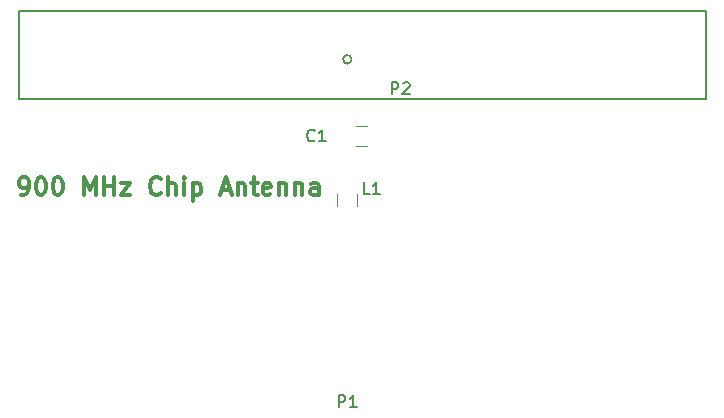
<source format=gbr>
G04 #@! TF.FileFunction,Legend,Top*
%FSLAX46Y46*%
G04 Gerber Fmt 4.6, Leading zero omitted, Abs format (unit mm)*
G04 Created by KiCad (PCBNEW 4.0.5) date 05/07/17 17:06:23*
%MOMM*%
%LPD*%
G01*
G04 APERTURE LIST*
%ADD10C,0.100000*%
%ADD11C,0.300000*%
%ADD12C,0.150000*%
%ADD13C,0.120000*%
G04 APERTURE END LIST*
D10*
D11*
X849371Y10002629D02*
X1135086Y10002629D01*
X1277943Y10074057D01*
X1349371Y10145486D01*
X1492229Y10359771D01*
X1563657Y10645486D01*
X1563657Y11216914D01*
X1492229Y11359771D01*
X1420800Y11431200D01*
X1277943Y11502629D01*
X992229Y11502629D01*
X849371Y11431200D01*
X777943Y11359771D01*
X706514Y11216914D01*
X706514Y10859771D01*
X777943Y10716914D01*
X849371Y10645486D01*
X992229Y10574057D01*
X1277943Y10574057D01*
X1420800Y10645486D01*
X1492229Y10716914D01*
X1563657Y10859771D01*
X2492228Y11502629D02*
X2635085Y11502629D01*
X2777942Y11431200D01*
X2849371Y11359771D01*
X2920800Y11216914D01*
X2992228Y10931200D01*
X2992228Y10574057D01*
X2920800Y10288343D01*
X2849371Y10145486D01*
X2777942Y10074057D01*
X2635085Y10002629D01*
X2492228Y10002629D01*
X2349371Y10074057D01*
X2277942Y10145486D01*
X2206514Y10288343D01*
X2135085Y10574057D01*
X2135085Y10931200D01*
X2206514Y11216914D01*
X2277942Y11359771D01*
X2349371Y11431200D01*
X2492228Y11502629D01*
X3920799Y11502629D02*
X4063656Y11502629D01*
X4206513Y11431200D01*
X4277942Y11359771D01*
X4349371Y11216914D01*
X4420799Y10931200D01*
X4420799Y10574057D01*
X4349371Y10288343D01*
X4277942Y10145486D01*
X4206513Y10074057D01*
X4063656Y10002629D01*
X3920799Y10002629D01*
X3777942Y10074057D01*
X3706513Y10145486D01*
X3635085Y10288343D01*
X3563656Y10574057D01*
X3563656Y10931200D01*
X3635085Y11216914D01*
X3706513Y11359771D01*
X3777942Y11431200D01*
X3920799Y11502629D01*
X6206513Y10002629D02*
X6206513Y11502629D01*
X6706513Y10431200D01*
X7206513Y11502629D01*
X7206513Y10002629D01*
X7920799Y10002629D02*
X7920799Y11502629D01*
X7920799Y10788343D02*
X8777942Y10788343D01*
X8777942Y10002629D02*
X8777942Y11502629D01*
X9349371Y11002629D02*
X10135085Y11002629D01*
X9349371Y10002629D01*
X10135085Y10002629D01*
X12706514Y10145486D02*
X12635085Y10074057D01*
X12420799Y10002629D01*
X12277942Y10002629D01*
X12063657Y10074057D01*
X11920799Y10216914D01*
X11849371Y10359771D01*
X11777942Y10645486D01*
X11777942Y10859771D01*
X11849371Y11145486D01*
X11920799Y11288343D01*
X12063657Y11431200D01*
X12277942Y11502629D01*
X12420799Y11502629D01*
X12635085Y11431200D01*
X12706514Y11359771D01*
X13349371Y10002629D02*
X13349371Y11502629D01*
X13992228Y10002629D02*
X13992228Y10788343D01*
X13920799Y10931200D01*
X13777942Y11002629D01*
X13563657Y11002629D01*
X13420799Y10931200D01*
X13349371Y10859771D01*
X14706514Y10002629D02*
X14706514Y11002629D01*
X14706514Y11502629D02*
X14635085Y11431200D01*
X14706514Y11359771D01*
X14777942Y11431200D01*
X14706514Y11502629D01*
X14706514Y11359771D01*
X15420800Y11002629D02*
X15420800Y9502629D01*
X15420800Y10931200D02*
X15563657Y11002629D01*
X15849371Y11002629D01*
X15992228Y10931200D01*
X16063657Y10859771D01*
X16135086Y10716914D01*
X16135086Y10288343D01*
X16063657Y10145486D01*
X15992228Y10074057D01*
X15849371Y10002629D01*
X15563657Y10002629D01*
X15420800Y10074057D01*
X17849371Y10431200D02*
X18563657Y10431200D01*
X17706514Y10002629D02*
X18206514Y11502629D01*
X18706514Y10002629D01*
X19206514Y11002629D02*
X19206514Y10002629D01*
X19206514Y10859771D02*
X19277942Y10931200D01*
X19420800Y11002629D01*
X19635085Y11002629D01*
X19777942Y10931200D01*
X19849371Y10788343D01*
X19849371Y10002629D01*
X20349371Y11002629D02*
X20920800Y11002629D01*
X20563657Y11502629D02*
X20563657Y10216914D01*
X20635085Y10074057D01*
X20777943Y10002629D01*
X20920800Y10002629D01*
X21992228Y10074057D02*
X21849371Y10002629D01*
X21563657Y10002629D01*
X21420800Y10074057D01*
X21349371Y10216914D01*
X21349371Y10788343D01*
X21420800Y10931200D01*
X21563657Y11002629D01*
X21849371Y11002629D01*
X21992228Y10931200D01*
X22063657Y10788343D01*
X22063657Y10645486D01*
X21349371Y10502629D01*
X22706514Y11002629D02*
X22706514Y10002629D01*
X22706514Y10859771D02*
X22777942Y10931200D01*
X22920800Y11002629D01*
X23135085Y11002629D01*
X23277942Y10931200D01*
X23349371Y10788343D01*
X23349371Y10002629D01*
X24063657Y11002629D02*
X24063657Y10002629D01*
X24063657Y10859771D02*
X24135085Y10931200D01*
X24277943Y11002629D01*
X24492228Y11002629D01*
X24635085Y10931200D01*
X24706514Y10788343D01*
X24706514Y10002629D01*
X26063657Y10002629D02*
X26063657Y10788343D01*
X25992228Y10931200D01*
X25849371Y11002629D01*
X25563657Y11002629D01*
X25420800Y10931200D01*
X26063657Y10074057D02*
X25920800Y10002629D01*
X25563657Y10002629D01*
X25420800Y10074057D01*
X25349371Y10216914D01*
X25349371Y10359771D01*
X25420800Y10502629D01*
X25563657Y10574057D01*
X25920800Y10574057D01*
X26063657Y10645486D01*
D12*
X28861655Y21496400D02*
G75*
G03X28861655Y21496400I-360555J0D01*
G01*
X701100Y18996400D02*
X701100Y18596400D01*
X58901100Y18996400D02*
X58901100Y18096400D01*
X701100Y18896400D02*
X701100Y18096400D01*
X701100Y18096400D02*
X20801100Y18096400D01*
X20701100Y25596400D02*
X701100Y25596400D01*
X701100Y25596400D02*
X701100Y18996400D01*
X20701100Y18096400D02*
X58901100Y18096400D01*
X58901100Y18996400D02*
X58901100Y25596400D01*
X58901100Y25596400D02*
X20701100Y25596400D01*
D13*
X30202200Y15849200D02*
X29202200Y15849200D01*
X29202200Y14149200D02*
X30202200Y14149200D01*
X29358400Y9063600D02*
X29358400Y10063600D01*
X27658400Y10063600D02*
X27658400Y9063600D01*
D12*
X27761905Y-7952381D02*
X27761905Y-6952381D01*
X28142858Y-6952381D01*
X28238096Y-7000000D01*
X28285715Y-7047619D01*
X28333334Y-7142857D01*
X28333334Y-7285714D01*
X28285715Y-7380952D01*
X28238096Y-7428571D01*
X28142858Y-7476190D01*
X27761905Y-7476190D01*
X29285715Y-7952381D02*
X28714286Y-7952381D01*
X29000000Y-7952381D02*
X29000000Y-6952381D01*
X28904762Y-7095238D01*
X28809524Y-7190476D01*
X28714286Y-7238095D01*
X32261905Y18547619D02*
X32261905Y19547619D01*
X32642858Y19547619D01*
X32738096Y19500000D01*
X32785715Y19452381D01*
X32833334Y19357143D01*
X32833334Y19214286D01*
X32785715Y19119048D01*
X32738096Y19071429D01*
X32642858Y19023810D01*
X32261905Y19023810D01*
X33214286Y19452381D02*
X33261905Y19500000D01*
X33357143Y19547619D01*
X33595239Y19547619D01*
X33690477Y19500000D01*
X33738096Y19452381D01*
X33785715Y19357143D01*
X33785715Y19261905D01*
X33738096Y19119048D01*
X33166667Y18547619D01*
X33785715Y18547619D01*
X25725534Y14642057D02*
X25677915Y14594438D01*
X25535058Y14546819D01*
X25439820Y14546819D01*
X25296962Y14594438D01*
X25201724Y14689676D01*
X25154105Y14784914D01*
X25106486Y14975390D01*
X25106486Y15118248D01*
X25154105Y15308724D01*
X25201724Y15403962D01*
X25296962Y15499200D01*
X25439820Y15546819D01*
X25535058Y15546819D01*
X25677915Y15499200D01*
X25725534Y15451581D01*
X26677915Y14546819D02*
X26106486Y14546819D01*
X26392200Y14546819D02*
X26392200Y15546819D01*
X26296962Y15403962D01*
X26201724Y15308724D01*
X26106486Y15261105D01*
X30399134Y10076419D02*
X29922943Y10076419D01*
X29922943Y11076419D01*
X31256277Y10076419D02*
X30684848Y10076419D01*
X30970562Y10076419D02*
X30970562Y11076419D01*
X30875324Y10933562D01*
X30780086Y10838324D01*
X30684848Y10790705D01*
M02*

</source>
